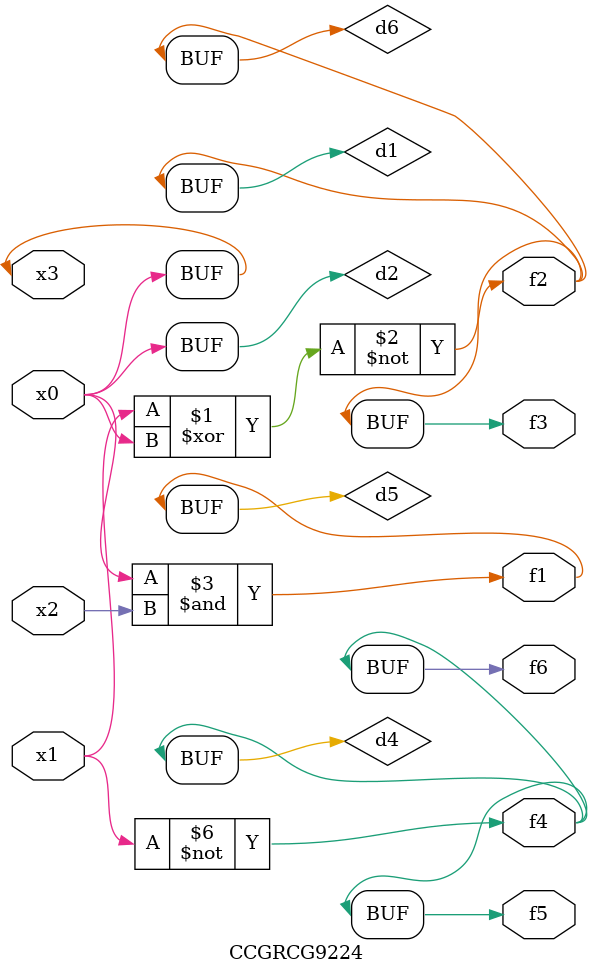
<source format=v>
module CCGRCG9224(
	input x0, x1, x2, x3,
	output f1, f2, f3, f4, f5, f6
);

	wire d1, d2, d3, d4, d5, d6;

	xnor (d1, x1, x3);
	buf (d2, x0, x3);
	nand (d3, x0, x2);
	not (d4, x1);
	nand (d5, d3);
	or (d6, d1);
	assign f1 = d5;
	assign f2 = d6;
	assign f3 = d6;
	assign f4 = d4;
	assign f5 = d4;
	assign f6 = d4;
endmodule

</source>
